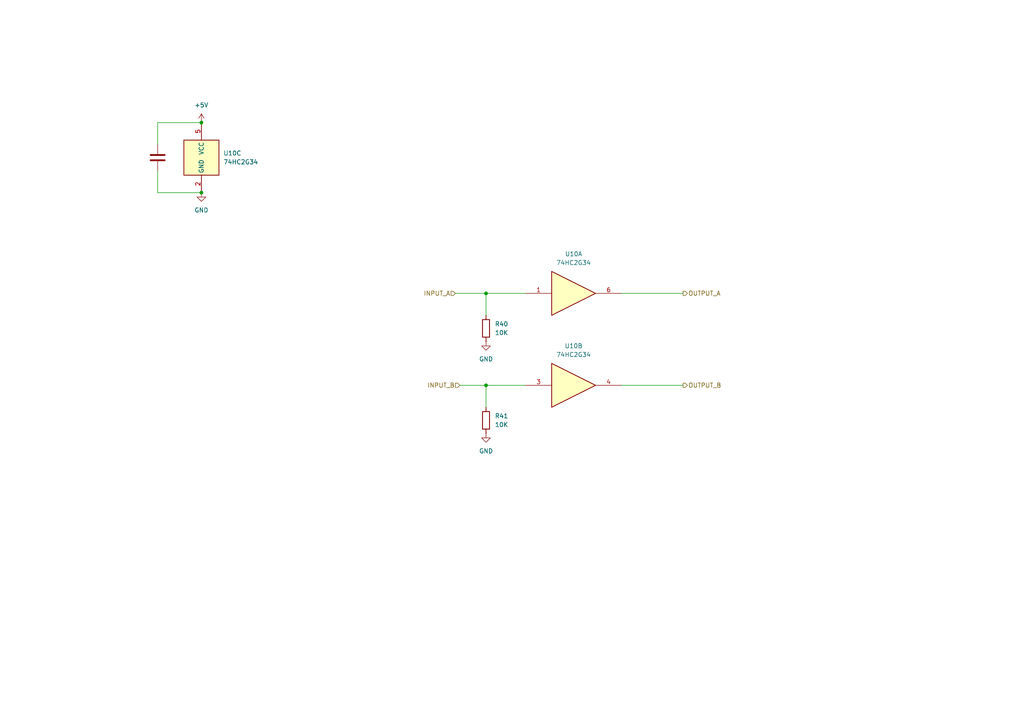
<source format=kicad_sch>
(kicad_sch (version 20250114) (generator "eeschema") (generator_version "9.0")
  (paper "A4")
  (lib_symbols
    (symbol "Device:C" (pin_numbers (hide yes)) (pin_names (offset 0.254))
      (property "Reference" "C" (at 0.635 2.54 0))
      (property "Value" "C" (at 0.635 -2.54 0))
      (symbol "C_0_1"
        (polyline (pts (xy -2.032 0.762) (xy 2.032 0.762)) (stroke (width 0.508)))
        (polyline (pts (xy -2.032 -0.762) (xy 2.032 -0.762)) (stroke (width 0.508)))
      )
      (symbol "C_1_1"
        (pin passive line (at 0 3.81 270) (length 2.794) (name "~") (number "1"))
        (pin passive line (at 0 -3.81 90) (length 2.794) (name "~") (number "2"))
      )
    )
    (symbol "Device:R" (pin_numbers (hide yes)) (pin_names (offset 0))
      (property "Reference" "R" (at 2.032 0 90))
      (property "Value" "R" (at 0 0 90))
      (symbol "R_0_1"
        (rectangle (start -1.016 -2.54) (end 1.016 2.54) (stroke (width 0.254)))
      )
      (symbol "R_1_1"
        (pin passive line (at 0 3.81 270) (length 1.27) (name "~") (number "1"))
        (pin passive line (at 0 -3.81 90) (length 1.27) (name "~") (number "2"))
      )
    )
    (symbol "OpenPNP_20-easyedapro:74HC2G34"
      (property "Reference" "U" (at 0 7.62 0))
      (property "Value" "74HC2G34" (at 2.54 -7.62 0))
      (symbol "74HC2G34_1_1"
        (polyline (pts (xy -7.62 6.35) (xy -7.62 -6.35) (xy 5.08 0) (xy -7.62 6.35)) (stroke (width 0.254)) (fill (type background)))
        (pin input line (at -15.24 0 0) (length 7.62) (name "~") (number "1"))
        (pin output line (at 12.7 0 180) (length 7.62) (name "~") (number "6"))
      )
      (symbol "74HC2G34_2_1"
        (polyline (pts (xy -7.62 6.35) (xy -7.62 -6.35) (xy 5.08 0) (xy -7.62 6.35)) (stroke (width 0.254)) (fill (type background)))
        (pin input line (at -15.24 0 0) (length 7.62) (name "~") (number "3"))
        (pin output line (at 12.7 0 180) (length 7.62) (name "~") (number "4"))
      )
      (symbol "74HC2G34_3_0"
        (rectangle (start -5.08 -5.08) (end 5.08 5.08) (stroke (width 0.254)) (fill (type background)))
      )
      (symbol "74HC2G34_3_1"
        (pin power_in line (at 0 10.16 270) (length 5.08) (name "VCC") (number "5"))
        (pin power_in line (at 0 -10.16 90) (length 5.08) (name "GND") (number "2"))
      )
    )
    (symbol "power:+5V" (power) (pin_numbers (hide yes)) (pin_names (offset 0) (hide yes))
      (property "Value" "+5V" (at 0 3.556 0))
      (symbol "+5V_0_1"
        (polyline (pts (xy -0.762 1.27) (xy 0 2.54)))
        (polyline (pts (xy 0 2.54) (xy 0.762 1.27)))
        (polyline (pts (xy 0 0) (xy 0 2.54)))
      )
      (symbol "+5V_1_1"
        (pin power_in line (at 0 0 90) (length 0) (name "~") (number "1"))
      )
    )
    (symbol "power:GND" (power) (pin_numbers (hide yes)) (pin_names (offset 0) (hide yes))
      (property "Value" "GND" (at 0 -3.81 0))
      (symbol "GND_0_1"
        (polyline (pts (xy 0 0) (xy 0 -1.27) (xy 1.27 -1.27) (xy 0 -2.54) (xy -1.27 -1.27) (xy 0 -1.27)))
      )
      (symbol "GND_1_1"
        (pin power_in line (at 0 0 270) (length 0) (name "~") (number "1"))
      )
    )
  )
  (junction (at 140.97 111.76))
  (junction (at 140.97 85.09))
  (junction (at 58.42 55.88))
  (junction (at 58.42 35.56))
  (wire (pts (xy 140.97 85.09) (xy 152.4 85.09)))
  (wire (pts (xy 198.12 111.76) (xy 180.34 111.76)))
  (wire (pts (xy 198.12 85.09) (xy 180.34 85.09)))
  (wire (pts (xy 45.72 55.88) (xy 58.42 55.88)))
  (wire (pts (xy 140.97 111.76) (xy 140.97 118.11)))
  (wire (pts (xy 45.72 35.56) (xy 58.42 35.56)))
  (wire (pts (xy 45.72 41.91) (xy 45.72 35.56)))
  (wire (pts (xy 132.08 85.09) (xy 140.97 85.09)))
  (wire (pts (xy 140.97 91.44) (xy 140.97 85.09)))
  (wire (pts (xy 133.35 111.76) (xy 140.97 111.76)))
  (wire (pts (xy 140.97 111.76) (xy 152.4 111.76)))
  (wire (pts (xy 45.72 49.53) (xy 45.72 55.88)))
  (hierarchical_label "OUTPUT_A" (shape output) (at 198.12 85.09 0))
  (hierarchical_label "INPUT_B" (shape input) (at 133.35 111.76 180))
  (hierarchical_label "INPUT_A" (shape input) (at 132.08 85.09 180))
  (hierarchical_label "OUTPUT_B" (shape output) (at 198.12 111.76 0))
  (symbol (lib_id "Device:R") (at 140.97 95.25 0) (unit 1)
    (property "Reference" "R36" (at 143.51 93.9799 0) (effects (justify left)))
    (property "Value" "10K" (at 143.51 96.5199 0) (effects (justify left)))
    (property "Footprint" "Resistor_SMD:R_0603_1608Metric" (effects (hide yes)))
    (property "Datasheet" "https://wmsc.lcsc.com/wmsc/upload/file/pdf/v2/lcsc/2206010045_UNI-ROYAL-Uniroyal-Elec-0603WAF1002T5E_C25804.pdf" (effects (hide yes)))
    (property "Description" "100mW Thick Film Resistors 75V ±100ppm/℃ ±1% 10kΩ 0603 Chip Resistor - Surface Mount ROHS" (effects (hide yes)))
    (property "#" "C25804" (effects (hide yes)))
    (property "Height" ".45" (effects (hide yes)))
    (property "Width" ".8" (effects (hide yes)))
    (property "Length" "1.6" (effects (hide yes)))
    (property "Tape" "8x4" (effects (hide yes)))
    (instances (project "grblHAL" (path "" (reference "R40") (unit 1)) (path "" (reference "R38") (unit 1)) (path "" (reference "R102") (unit 1)) (path "" (reference "R42") (unit 1)) (path "" (reference "R46") (unit 1)) (path "" (reference "R44") (unit 1)) (path "" (reference "R98") (unit 1)) (path "" (reference "R36") (unit 1)) (path "" (reference "R100") (unit 1)) (path "" (reference "R48") (unit 1))))
  )
  (symbol (lib_id "Device:R") (at 140.97 121.92 0) (unit 1)
    (property "Reference" "R37" (at 143.51 120.6499 0) (effects (justify left)))
    (property "Value" "10K" (at 143.51 123.1899 0) (effects (justify left)))
    (property "Footprint" "Resistor_SMD:R_0603_1608Metric" (effects (hide yes)))
    (property "Datasheet" "https://wmsc.lcsc.com/wmsc/upload/file/pdf/v2/lcsc/2206010045_UNI-ROYAL-Uniroyal-Elec-0603WAF1002T5E_C25804.pdf" (effects (hide yes)))
    (property "Description" "100mW Thick Film Resistors 75V ±100ppm/℃ ±1% 10kΩ 0603 Chip Resistor - Surface Mount ROHS" (effects (hide yes)))
    (property "#" "C25804" (effects (hide yes)))
    (property "Height" ".45" (effects (hide yes)))
    (property "Width" ".8" (effects (hide yes)))
    (property "Length" "1.6" (effects (hide yes)))
    (property "Tape" "8x4" (effects (hide yes)))
    (instances (project "grblHAL" (path "" (reference "R41") (unit 1)) (path "" (reference "R39") (unit 1)) (path "" (reference "R103") (unit 1)) (path "" (reference "R43") (unit 1)) (path "" (reference "R47") (unit 1)) (path "" (reference "R45") (unit 1)) (path "" (reference "R99") (unit 1)) (path "" (reference "R37") (unit 1)) (path "" (reference "R101") (unit 1)) (path "" (reference "R49") (unit 1))))
  )
  (symbol (lib_id "OpenPNP_20-easyedapro:74HC2G34") (at 167.64 111.76 0) (unit 2)
    (property "Reference" "U8" (at 166.37 100.33 0))
    (property "Value" "74HC2G34" (at 166.37 102.87 0))
    (property "Footprint" "Package_TO_SOT_SMD:SOT-363_SC-70-6" (effects (hide yes)))
    (property "Datasheet" "https://datasheet.lcsc.com/lcsc/1809191825_Texas-Instruments-SN74LVC2G34DCKR_C14461.pdf?_gl=1*1ffdqdj*_ga*MTA5OTM3NDU3Ny4xNzE3ODEwNDk4*_ga_98M84MKSZH*MTcxODA3ODI1MC4xOS4xLjE3MTgwODI5MzkuNjAuMC4w" (effects (hide yes)))
    (property "Description" "1 32mA 1.65V~5.5V 32mA 2 SOT-363-6 Buffer/Driver/Transceiver ROHS" (effects (hide yes)))
    (property "#" "C14461" (effects (hide yes)))
    (instances (project "grblHAL" (path "" (reference "U10") (unit 2)) (path "" (reference "U9") (unit 2)) (path "" (reference "U23") (unit 2)) (path "" (reference "U11") (unit 2)) (path "" (reference "U13") (unit 2)) (path "" (reference "U12") (unit 2)) (path "" (reference "U21") (unit 2)) (path "" (reference "U8") (unit 2)) (path "" (reference "U22") (unit 2)) (path "" (reference "U14") (unit 2))))
  )
  (symbol (lib_id "power:GND") (at 58.42 55.88 0) (unit 1)
    (property "Reference" "#PWR070" (effects (hide yes)))
    (property "Value" "GND" (at 58.42 60.96 0))
    (property "Description" "Power symbol creates a global label with name \"GND\" , ground" (effects (hide yes)))
    (instances (project "grblHAL" (path "" (reference "#PWR078") (unit 1)) (path "" (reference "#PWR074") (unit 1)) (path "" (reference "#PWR0152") (unit 1)) (path "" (reference "#PWR082") (unit 1)) (path "" (reference "#PWR090") (unit 1)) (path "" (reference "#PWR086") (unit 1)) (path "" (reference "#PWR0144") (unit 1)) (path "" (reference "#PWR070") (unit 1)) (path "" (reference "#PWR0148") (unit 1)) (path "" (reference "#PWR094") (unit 1))))
  )
  (symbol (lib_id "power:GND") (at 140.97 125.73 0) (unit 1)
    (property "Reference" "#PWR072" (effects (hide yes)))
    (property "Value" "GND" (at 140.97 130.81 0))
    (property "Description" "Power symbol creates a global label with name \"GND\" , ground" (effects (hide yes)))
    (instances (project "grblHAL" (path "" (reference "#PWR080") (unit 1)) (path "" (reference "#PWR076") (unit 1)) (path "" (reference "#PWR0154") (unit 1)) (path "" (reference "#PWR084") (unit 1)) (path "" (reference "#PWR092") (unit 1)) (path "" (reference "#PWR088") (unit 1)) (path "" (reference "#PWR0146") (unit 1)) (path "" (reference "#PWR072") (unit 1)) (path "" (reference "#PWR0150") (unit 1)) (path "" (reference "#PWR096") (unit 1))))
  )
  (symbol (lib_id "OpenPNP_20-easyedapro:74HC2G34") (at 58.42 45.72 0) (unit 3)
    (property "Reference" "U8" (at 64.77 44.4499 0) (effects (justify left)))
    (property "Value" "74HC2G34" (at 64.77 46.9899 0) (effects (justify left)))
    (property "Footprint" "Package_TO_SOT_SMD:SOT-363_SC-70-6" (effects (hide yes)))
    (property "Datasheet" "https://datasheet.lcsc.com/lcsc/1809191825_Texas-Instruments-SN74LVC2G34DCKR_C14461.pdf?_gl=1*1ffdqdj*_ga*MTA5OTM3NDU3Ny4xNzE3ODEwNDk4*_ga_98M84MKSZH*MTcxODA3ODI1MC4xOS4xLjE3MTgwODI5MzkuNjAuMC4w" (effects (hide yes)))
    (property "Description" "1 32mA 1.65V~5.5V 32mA 2 SOT-363-6 Buffer/Driver/Transceiver ROHS" (effects (hide yes)))
    (property "#" "C14461" (effects (hide yes)))
    (instances (project "grblHAL" (path "" (reference "U10") (unit 3)) (path "" (reference "U9") (unit 3)) (path "" (reference "U23") (unit 3)) (path "" (reference "U11") (unit 3)) (path "" (reference "U13") (unit 3)) (path "" (reference "U12") (unit 3)) (path "" (reference "U21") (unit 3)) (path "" (reference "U8") (unit 3)) (path "" (reference "U22") (unit 3)) (path "" (reference "U14") (unit 3))))
  )
  (symbol (lib_id "power:GND") (at 140.97 99.06 0) (unit 1)
    (property "Reference" "#PWR071" (effects (hide yes)))
    (property "Value" "GND" (at 140.97 104.14 0))
    (property "Description" "Power symbol creates a global label with name \"GND\" , ground" (effects (hide yes)))
    (instances (project "grblHAL" (path "" (reference "#PWR079") (unit 1)) (path "" (reference "#PWR075") (unit 1)) (path "" (reference "#PWR0153") (unit 1)) (path "" (reference "#PWR083") (unit 1)) (path "" (reference "#PWR091") (unit 1)) (path "" (reference "#PWR087") (unit 1)) (path "" (reference "#PWR0145") (unit 1)) (path "" (reference "#PWR071") (unit 1)) (path "" (reference "#PWR0149") (unit 1)) (path "" (reference "#PWR095") (unit 1))))
  )
  (symbol (lib_id "OpenPNP_20-easyedapro:74HC2G34") (at 167.64 85.09 0) (unit 1)
    (property "Reference" "U8" (at 166.37 73.66 0))
    (property "Value" "74HC2G34" (at 166.37 76.2 0))
    (property "Footprint" "Package_TO_SOT_SMD:SOT-363_SC-70-6" (effects (hide yes)))
    (property "Datasheet" "https://datasheet.lcsc.com/lcsc/1809191825_Texas-Instruments-SN74LVC2G34DCKR_C14461.pdf?_gl=1*1ffdqdj*_ga*MTA5OTM3NDU3Ny4xNzE3ODEwNDk4*_ga_98M84MKSZH*MTcxODA3ODI1MC4xOS4xLjE3MTgwODI5MzkuNjAuMC4w" (effects (hide yes)))
    (property "Description" "1 32mA 1.65V~5.5V 32mA 2 SOT-363-6 Buffer/Driver/Transceiver ROHS" (effects (hide yes)))
    (property "#" "C14461" (effects (hide yes)))
    (instances (project "grblHAL" (path "" (reference "U10") (unit 1)) (path "" (reference "U9") (unit 1)) (path "" (reference "U23") (unit 1)) (path "" (reference "U11") (unit 1)) (path "" (reference "U13") (unit 1)) (path "" (reference "U12") (unit 1)) (path "" (reference "U21") (unit 1)) (path "" (reference "U8") (unit 1)) (path "" (reference "U22") (unit 1)) (path "" (reference "U14") (unit 1))))
  )
  (symbol (lib_id "Device:C") (at 45.72 45.72 0) (unit 1)
    (property "Reference" "C44" (effects (hide yes)))
    (property "Value" "100nF" (effects (hide yes)))
    (property "Footprint" "Capacitor_SMD:C_0603_1608Metric" (effects (hide yes)))
    (property "Datasheet" "https://wmsc.lcsc.com/wmsc/upload/file/pdf/v2/lcsc/2211101700_YAGEO-CC0603KRX7R9BB104_C14663.pdf" (effects (hide yes)))
    (property "Description" "50V 100nF X7R ±10% 0603 Multilayer Ceramic Capacitors MLCC - SMD/SMT ROHS" (effects (hide yes)))
    (property "#" "C14663" (effects (hide yes)))
    (property "Height" ".8" (effects (hide yes)))
    (property "Width" ".8" (effects (hide yes)))
    (property "Length" "1.6" (effects (hide yes)))
    (property "Tape" "8x4" (effects (hide yes)))
    (instances (project "grblHAL" (path "" (reference "C46") (unit 1)) (path "" (reference "C45") (unit 1)) (path "" (reference "C75") (unit 1)) (path "" (reference "C47") (unit 1)) (path "" (reference "C49") (unit 1)) (path "" (reference "C48") (unit 1)) (path "" (reference "C73") (unit 1)) (path "" (reference "C44") (unit 1)) (path "" (reference "C74") (unit 1)) (path "" (reference "C50") (unit 1))))
  )
  (symbol (lib_id "power:+5V") (at 58.42 35.56 0) (unit 1)
    (property "Reference" "#PWR069" (effects (hide yes)))
    (property "Value" "+5V" (at 58.42 30.48 0))
    (property "Description" "Power symbol creates a global label with name \"+5V\"" (effects (hide yes)))
    (instances (project "grblHAL" (path "" (reference "#PWR077") (unit 1)) (path "" (reference "#PWR073") (unit 1)) (path "" (reference "#PWR0151") (unit 1)) (path "" (reference "#PWR081") (unit 1)) (path "" (reference "#PWR089") (unit 1)) (path "" (reference "#PWR085") (unit 1)) (path "" (reference "#PWR0143") (unit 1)) (path "" (reference "#PWR069") (unit 1)) (path "" (reference "#PWR0147") (unit 1)) (path "" (reference "#PWR093") (unit 1))))
  )
)
</source>
